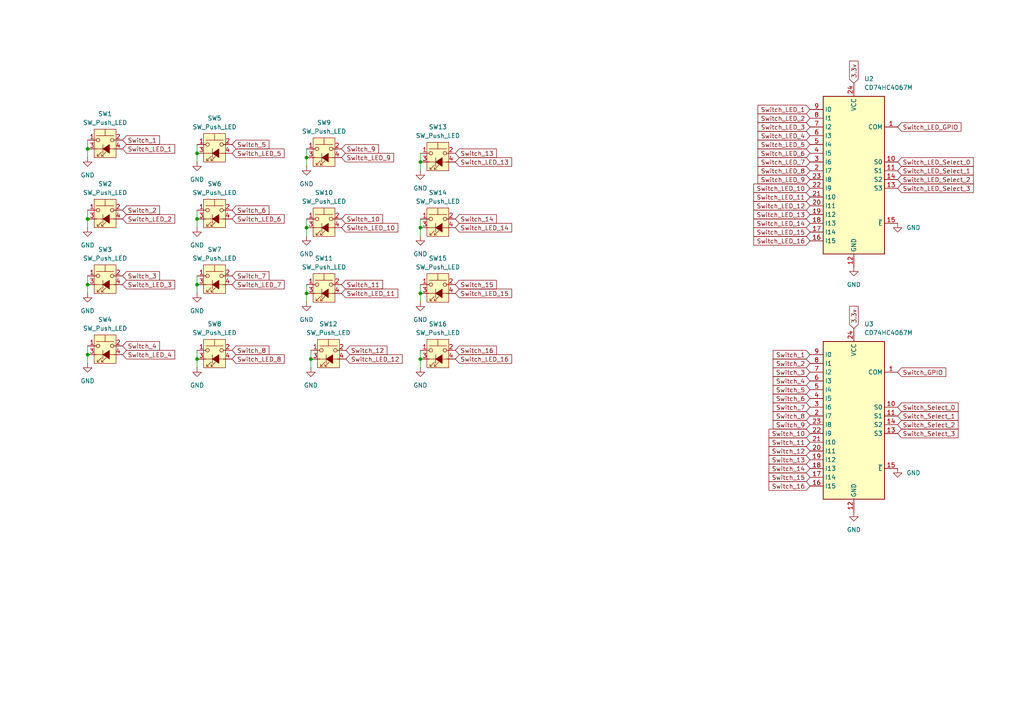
<source format=kicad_sch>
(kicad_sch (version 20231120) (generator "eeschema") (generator_version "8.0")
  (paper "A4")
  (lib_symbols
    (symbol "74xx:CD74HC4067M"
      (property "Reference" "U" (at -8.89 22.86 0))
      (property "Value" "CD74HC4067M" (at 1.27 22.86 0))
      (symbol "CD74HC4067M_0_1"
        (rectangle (start -8.89 21.59) (end 8.89 -24.13) (stroke (width 0.254)) (fill (type background)))
      )
      (symbol "CD74HC4067M_1_1"
        (pin passive line (at -12.7 12.7 0) (length 3.81) (name "COM") (number "1"))
        (pin input line (at -12.7 2.54 0) (length 3.81) (name "S0") (number "10"))
        (pin input line (at -12.7 0 0) (length 3.81) (name "S1") (number "11"))
        (pin power_in line (at 0 -27.94 90) (length 3.81) (name "GND") (number "12"))
        (pin input line (at -12.7 -5.08 0) (length 3.81) (name "S3") (number "13"))
        (pin input line (at -12.7 -2.54 0) (length 3.81) (name "S2") (number "14"))
        (pin input line (at -12.7 -15.24 0) (length 3.81) (name "~{E}") (number "15"))
        (pin passive line (at 12.7 -20.32 180) (length 3.81) (name "I15") (number "16"))
        (pin passive line (at 12.7 -17.78 180) (length 3.81) (name "I14") (number "17"))
        (pin passive line (at 12.7 -15.24 180) (length 3.81) (name "I13") (number "18"))
        (pin passive line (at 12.7 -12.7 180) (length 3.81) (name "I12") (number "19"))
        (pin passive line (at 12.7 0 180) (length 3.81) (name "I7") (number "2"))
        (pin passive line (at 12.7 -10.16 180) (length 3.81) (name "I11") (number "20"))
        (pin passive line (at 12.7 -7.62 180) (length 3.81) (name "I10") (number "21"))
        (pin passive line (at 12.7 -5.08 180) (length 3.81) (name "I9") (number "22"))
        (pin passive line (at 12.7 -2.54 180) (length 3.81) (name "I8") (number "23"))
        (pin power_in line (at 0 25.4 270) (length 3.81) (name "VCC") (number "24"))
        (pin passive line (at 12.7 2.54 180) (length 3.81) (name "I6") (number "3"))
        (pin passive line (at 12.7 5.08 180) (length 3.81) (name "I5") (number "4"))
        (pin passive line (at 12.7 7.62 180) (length 3.81) (name "I4") (number "5"))
        (pin passive line (at 12.7 10.16 180) (length 3.81) (name "I3") (number "6"))
        (pin passive line (at 12.7 12.7 180) (length 3.81) (name "I2") (number "7"))
        (pin passive line (at 12.7 15.24 180) (length 3.81) (name "I1") (number "8"))
        (pin passive line (at 12.7 17.78 180) (length 3.81) (name "I0") (number "9"))
      )
    )
    (symbol "PCM_4ms_Power-symbol:GND" (power) (pin_names (offset 0))
      (property "Value" "GND" (at 0 -3.81 0))
      (symbol "GND_0_1"
        (polyline (pts (xy 0 0) (xy 0 -1.27) (xy 1.27 -1.27) (xy 0 -2.54) (xy -1.27 -1.27) (xy 0 -1.27)))
      )
      (symbol "GND_1_1"
        (pin power_in line (at 0 0 270) (length 0) hide (name "GND") (number "1"))
      )
    )
    (symbol "Switch:SW_Push_LED" (pin_names (offset 1.016) hide)
      (property "Reference" "SW" (at 0 7.62 0))
      (property "Value" "SW_Push_LED" (at 0 -3.81 0))
      (symbol "SW_Push_LED_0_0"
        (polyline (pts (xy -2.54 0) (xy 2.54 0)))
        (polyline (pts (xy -2.286 -2.159) (xy -1.016 -0.889)))
        (polyline (pts (xy -1.016 -2.159) (xy 0.254 -0.889)))
        (polyline (pts (xy -0.635 1.27) (xy -0.635 -1.27)))
        (polyline (pts (xy -2.286 -1.524) (xy -2.286 -2.159) (xy -1.651 -2.159)))
        (polyline (pts (xy -1.016 -1.524) (xy -1.016 -2.159) (xy -0.381 -2.159)))
        (polyline (pts (xy -0.635 0) (xy 1.27 1.27) (xy 1.27 -1.27) (xy -0.635 0)) (fill (type outline)))
      )
      (symbol "SW_Push_LED_0_1"
        (circle (center -2.032 2.54) (radius 0.508))
        (polyline (pts (xy 0 3.81) (xy 0 5.588)))
        (polyline (pts (xy 2.54 3.81) (xy -2.54 3.81)))
        (circle (center 2.032 2.54) (radius 0.508))
        (pin passive line (at -5.08 2.54 0) (length 2.54) (name "1") (number "1"))
        (pin passive line (at 5.08 2.54 180) (length 2.54) (name "2") (number "2"))
        (pin passive line (at -5.08 0 0) (length 2.54) (name "K") (number "3"))
        (pin passive line (at 5.08 0 180) (length 2.54) (name "A") (number "4"))
      )
      (symbol "SW_Push_LED_1_1"
        (rectangle (start -3.175 5.715) (end 3.175 -2.54) (fill (type background)))
      )
    )
    (symbol "power:GND" (power) (pin_numbers hide) (pin_names (offset 0) hide)
      (property "Value" "GND" (at 0 -3.81 0))
      (symbol "GND_0_1"
        (polyline (pts (xy 0 0) (xy 0 -1.27) (xy 1.27 -1.27) (xy 0 -2.54) (xy -1.27 -1.27) (xy 0 -1.27)))
      )
      (symbol "GND_1_1"
        (pin power_in line (at 0 0 270) (length 0) (name "~") (number "1"))
      )
    )
  )
  (junction (at 121.92 85.09))
  (junction (at 88.9 45.72))
  (junction (at 25.4 82.55))
  (junction (at 57.15 44.45))
  (junction (at 57.15 63.5))
  (junction (at 88.9 66.04))
  (junction (at 88.9 85.09))
  (junction (at 121.92 46.99))
  (junction (at 90.17 104.14))
  (junction (at 57.15 82.55))
  (junction (at 121.92 104.14))
  (junction (at 57.15 104.14))
  (junction (at 25.4 63.5))
  (junction (at 121.92 66.04))
  (junction (at 25.4 43.18))
  (junction (at 25.4 102.87))
  (wire (pts (xy 121.92 101.6) (xy 121.92 104.14)))
  (wire (pts (xy 88.9 66.04) (xy 88.9 68.58)))
  (wire (pts (xy 57.15 82.55) (xy 57.15 85.09)))
  (wire (pts (xy 121.92 66.04) (xy 121.92 68.58)))
  (wire (pts (xy 121.92 44.45) (xy 121.92 46.99)))
  (wire (pts (xy 25.4 100.33) (xy 25.4 102.87)))
  (wire (pts (xy 25.4 80.01) (xy 25.4 82.55)))
  (wire (pts (xy 57.15 41.91) (xy 57.15 44.45)))
  (wire (pts (xy 25.4 60.96) (xy 25.4 63.5)))
  (wire (pts (xy 121.92 85.09) (xy 121.92 87.63)))
  (wire (pts (xy 25.4 43.18) (xy 25.4 45.72)))
  (wire (pts (xy 88.9 43.18) (xy 88.9 45.72)))
  (wire (pts (xy 25.4 102.87) (xy 25.4 105.41)))
  (wire (pts (xy 57.15 101.6) (xy 57.15 104.14)))
  (wire (pts (xy 90.17 104.14) (xy 90.17 106.68)))
  (wire (pts (xy 121.92 104.14) (xy 121.92 106.68)))
  (wire (pts (xy 88.9 45.72) (xy 88.9 48.26)))
  (wire (pts (xy 57.15 44.45) (xy 57.15 46.99)))
  (wire (pts (xy 90.17 101.6) (xy 90.17 104.14)))
  (wire (pts (xy 88.9 82.55) (xy 88.9 85.09)))
  (wire (pts (xy 57.15 80.01) (xy 57.15 82.55)))
  (wire (pts (xy 88.9 63.5) (xy 88.9 66.04)))
  (wire (pts (xy 25.4 63.5) (xy 25.4 66.04)))
  (wire (pts (xy 121.92 82.55) (xy 121.92 85.09)))
  (wire (pts (xy 25.4 82.55) (xy 25.4 85.09)))
  (wire (pts (xy 57.15 63.5) (xy 57.15 66.04)))
  (wire (pts (xy 25.4 40.64) (xy 25.4 43.18)))
  (wire (pts (xy 121.92 46.99) (xy 121.92 49.53)))
  (wire (pts (xy 57.15 104.14) (xy 57.15 106.68)))
  (wire (pts (xy 88.9 85.09) (xy 88.9 87.63)))
  (wire (pts (xy 57.15 60.96) (xy 57.15 63.5)))
  (wire (pts (xy 121.92 63.5) (xy 121.92 66.04)))
  (global_label "Switch_LED_15" (shape input) (at 234.95 67.31 180) (property "Intersheetrefs" "${INTERSHEET_REFS}" (effects (hide yes))))
  (global_label "Switch_LED_11" (shape input) (at 99.06 85.09 0) (property "Intersheetrefs" "${INTERSHEET_REFS}" (effects (hide yes))))
  (global_label "Switch_LED_15" (shape input) (at 132.08 85.09 0) (property "Intersheetrefs" "${INTERSHEET_REFS}" (effects (hide yes))))
  (global_label "Switch_12" (shape input) (at 100.33 101.6 0) (property "Intersheetrefs" "${INTERSHEET_REFS}" (effects (hide yes))))
  (global_label "Switch_2" (shape input) (at 234.95 105.41 180) (property "Intersheetrefs" "${INTERSHEET_REFS}" (effects (hide yes))))
  (global_label "3.3v" (shape input) (at 247.65 95.25 90) (property "Intersheetrefs" "${INTERSHEET_REFS}" (effects (hide yes))))
  (global_label "Switch_LED_9" (shape input) (at 99.06 45.72 0) (property "Intersheetrefs" "${INTERSHEET_REFS}" (effects (hide yes))))
  (global_label "Switch_LED_3" (shape input) (at 35.56 82.55 0) (property "Intersheetrefs" "${INTERSHEET_REFS}" (effects (hide yes))))
  (global_label "Switch_11" (shape input) (at 234.95 128.27 180) (property "Intersheetrefs" "${INTERSHEET_REFS}" (effects (hide yes))))
  (global_label "Switch_Select_3" (shape input) (at 260.35 125.73 0) (property "Intersheetrefs" "${INTERSHEET_REFS}" (effects (hide yes))))
  (global_label "Switch_LED_2" (shape input) (at 234.95 34.29 180) (property "Intersheetrefs" "${INTERSHEET_REFS}" (effects (hide yes))))
  (global_label "Switch_14" (shape input) (at 234.95 135.89 180) (property "Intersheetrefs" "${INTERSHEET_REFS}" (effects (hide yes))))
  (global_label "Switch_7" (shape input) (at 234.95 118.11 180) (property "Intersheetrefs" "${INTERSHEET_REFS}" (effects (hide yes))))
  (global_label "Switch_LED_4" (shape input) (at 234.95 39.37 180) (property "Intersheetrefs" "${INTERSHEET_REFS}" (effects (hide yes))))
  (global_label "Switch_9" (shape input) (at 99.06 43.18 0) (property "Intersheetrefs" "${INTERSHEET_REFS}" (effects (hide yes))))
  (global_label "Switch_LED_8" (shape input) (at 67.31 104.14 0) (property "Intersheetrefs" "${INTERSHEET_REFS}" (effects (hide yes))))
  (global_label "Switch_LED_16" (shape input) (at 234.95 69.85 180) (property "Intersheetrefs" "${INTERSHEET_REFS}" (effects (hide yes))))
  (global_label "Switch_9" (shape input) (at 234.95 123.19 180) (property "Intersheetrefs" "${INTERSHEET_REFS}" (effects (hide yes))))
  (global_label "Switch_14" (shape input) (at 132.08 63.5 0) (property "Intersheetrefs" "${INTERSHEET_REFS}" (effects (hide yes))))
  (global_label "Switch_LED_Select_2" (shape input) (at 260.35 52.07 0) (property "Intersheetrefs" "${INTERSHEET_REFS}" (effects (hide yes))))
  (global_label "Switch_LED_13" (shape input) (at 234.95 62.23 180) (property "Intersheetrefs" "${INTERSHEET_REFS}" (effects (hide yes))))
  (global_label "Switch_5" (shape input) (at 234.95 113.03 180) (property "Intersheetrefs" "${INTERSHEET_REFS}" (effects (hide yes))))
  (global_label "Switch_LED_13" (shape input) (at 132.08 46.99 0) (property "Intersheetrefs" "${INTERSHEET_REFS}" (effects (hide yes))))
  (global_label "Switch_LED_14" (shape input) (at 234.95 64.77 180) (property "Intersheetrefs" "${INTERSHEET_REFS}" (effects (hide yes))))
  (global_label "Switch_16" (shape input) (at 234.95 140.97 180) (property "Intersheetrefs" "${INTERSHEET_REFS}" (effects (hide yes))))
  (global_label "Switch_12" (shape input) (at 234.95 130.81 180) (property "Intersheetrefs" "${INTERSHEET_REFS}" (effects (hide yes))))
  (global_label "Switch_10" (shape input) (at 234.95 125.73 180) (property "Intersheetrefs" "${INTERSHEET_REFS}" (effects (hide yes))))
  (global_label "Switch_Select_0" (shape input) (at 260.35 118.11 0) (property "Intersheetrefs" "${INTERSHEET_REFS}" (effects (hide yes))))
  (global_label "Switch_8" (shape input) (at 67.31 101.6 0) (property "Intersheetrefs" "${INTERSHEET_REFS}" (effects (hide yes))))
  (global_label "Switch_LED_4" (shape input) (at 35.56 102.87 0) (property "Intersheetrefs" "${INTERSHEET_REFS}" (effects (hide yes))))
  (global_label "Switch_LED_9" (shape input) (at 234.95 52.07 180) (property "Intersheetrefs" "${INTERSHEET_REFS}" (effects (hide yes))))
  (global_label "Switch_LED_14" (shape input) (at 132.08 66.04 0) (property "Intersheetrefs" "${INTERSHEET_REFS}" (effects (hide yes))))
  (global_label "Switch_4" (shape input) (at 35.56 100.33 0) (property "Intersheetrefs" "${INTERSHEET_REFS}" (effects (hide yes))))
  (global_label "3.3v" (shape input) (at 247.65 24.13 90) (property "Intersheetrefs" "${INTERSHEET_REFS}" (effects (hide yes))))
  (global_label "Switch_LED_1" (shape input) (at 234.95 31.75 180) (property "Intersheetrefs" "${INTERSHEET_REFS}" (effects (hide yes))))
  (global_label "Switch_3" (shape input) (at 234.95 107.95 180) (property "Intersheetrefs" "${INTERSHEET_REFS}" (effects (hide yes))))
  (global_label "Switch_6" (shape input) (at 67.31 60.96 0) (property "Intersheetrefs" "${INTERSHEET_REFS}" (effects (hide yes))))
  (global_label "Switch_LED_12" (shape input) (at 100.33 104.14 0) (property "Intersheetrefs" "${INTERSHEET_REFS}" (effects (hide yes))))
  (global_label "Switch_LED_12" (shape input) (at 234.95 59.69 180) (property "Intersheetrefs" "${INTERSHEET_REFS}" (effects (hide yes))))
  (global_label "Switch_Select_2" (shape input) (at 260.35 123.19 0) (property "Intersheetrefs" "${INTERSHEET_REFS}" (effects (hide yes))))
  (global_label "Switch_LED_1" (shape input) (at 35.56 43.18 0) (property "Intersheetrefs" "${INTERSHEET_REFS}" (effects (hide yes))))
  (global_label "Switch_LED_11" (shape input) (at 234.95 57.15 180) (property "Intersheetrefs" "${INTERSHEET_REFS}" (effects (hide yes))))
  (global_label "Switch_LED_10" (shape input) (at 234.95 54.61 180) (property "Intersheetrefs" "${INTERSHEET_REFS}" (effects (hide yes))))
  (global_label "Switch_LED_16" (shape input) (at 132.08 104.14 0) (property "Intersheetrefs" "${INTERSHEET_REFS}" (effects (hide yes))))
  (global_label "Switch_LED_7" (shape input) (at 234.95 46.99 180) (property "Intersheetrefs" "${INTERSHEET_REFS}" (effects (hide yes))))
  (global_label "Switch_Select_1" (shape input) (at 260.35 120.65 0) (property "Intersheetrefs" "${INTERSHEET_REFS}" (effects (hide yes))))
  (global_label "Switch_16" (shape input) (at 132.08 101.6 0) (property "Intersheetrefs" "${INTERSHEET_REFS}" (effects (hide yes))))
  (global_label "Switch_5" (shape input) (at 67.31 41.91 0) (property "Intersheetrefs" "${INTERSHEET_REFS}" (effects (hide yes))))
  (global_label "Switch_LED_10" (shape input) (at 99.06 66.04 0) (property "Intersheetrefs" "${INTERSHEET_REFS}" (effects (hide yes))))
  (global_label "Switch_LED_6" (shape input) (at 234.95 44.45 180) (property "Intersheetrefs" "${INTERSHEET_REFS}" (effects (hide yes))))
  (global_label "Switch_15" (shape input) (at 234.95 138.43 180) (property "Intersheetrefs" "${INTERSHEET_REFS}" (effects (hide yes))))
  (global_label "Switch_3" (shape input) (at 35.56 80.01 0) (property "Intersheetrefs" "${INTERSHEET_REFS}" (effects (hide yes))))
  (global_label "Switch_LED_GPIO" (shape input) (at 260.35 36.83 0) (property "Intersheetrefs" "${INTERSHEET_REFS}" (effects (hide yes))))
  (global_label "Switch_LED_Select_0" (shape input) (at 260.35 46.99 0) (property "Intersheetrefs" "${INTERSHEET_REFS}" (effects (hide yes))))
  (global_label "Switch_GPIO" (shape input) (at 260.35 107.95 0) (property "Intersheetrefs" "${INTERSHEET_REFS}" (effects (hide yes))))
  (global_label "Switch_LED_3" (shape input) (at 234.95 36.83 180) (property "Intersheetrefs" "${INTERSHEET_REFS}" (effects (hide yes))))
  (global_label "Switch_13" (shape input) (at 234.95 133.35 180) (property "Intersheetrefs" "${INTERSHEET_REFS}" (effects (hide yes))))
  (global_label "Switch_7" (shape input) (at 67.31 80.01 0) (property "Intersheetrefs" "${INTERSHEET_REFS}" (effects (hide yes))))
  (global_label "Switch_LED_Select_1" (shape input) (at 260.35 49.53 0) (property "Intersheetrefs" "${INTERSHEET_REFS}" (effects (hide yes))))
  (global_label "Switch_8" (shape input) (at 234.95 120.65 180) (property "Intersheetrefs" "${INTERSHEET_REFS}" (effects (hide yes))))
  (global_label "Switch_6" (shape input) (at 234.95 115.57 180) (property "Intersheetrefs" "${INTERSHEET_REFS}" (effects (hide yes))))
  (global_label "Switch_1" (shape input) (at 35.56 40.64 0) (property "Intersheetrefs" "${INTERSHEET_REFS}" (effects (hide yes))))
  (global_label "Switch_4" (shape input) (at 234.95 110.49 180) (property "Intersheetrefs" "${INTERSHEET_REFS}" (effects (hide yes))))
  (global_label "Switch_LED_7" (shape input) (at 67.31 82.55 0) (property "Intersheetrefs" "${INTERSHEET_REFS}" (effects (hide yes))))
  (global_label "Switch_LED_5" (shape input) (at 67.31 44.45 0) (property "Intersheetrefs" "${INTERSHEET_REFS}" (effects (hide yes))))
  (global_label "Switch_11" (shape input) (at 99.06 82.55 0) (property "Intersheetrefs" "${INTERSHEET_REFS}" (effects (hide yes))))
  (global_label "Switch_LED_5" (shape input) (at 234.95 41.91 180) (property "Intersheetrefs" "${INTERSHEET_REFS}" (effects (hide yes))))
  (global_label "Switch_LED_Select_3" (shape input) (at 260.35 54.61 0) (property "Intersheetrefs" "${INTERSHEET_REFS}" (effects (hide yes))))
  (global_label "Switch_LED_6" (shape input) (at 67.31 63.5 0) (property "Intersheetrefs" "${INTERSHEET_REFS}" (effects (hide yes))))
  (global_label "Switch_15" (shape input) (at 132.08 82.55 0) (property "Intersheetrefs" "${INTERSHEET_REFS}" (effects (hide yes))))
  (global_label "Switch_1" (shape input) (at 234.95 102.87 180) (property "Intersheetrefs" "${INTERSHEET_REFS}" (effects (hide yes))))
  (global_label "Switch_LED_2" (shape input) (at 35.56 63.5 0) (property "Intersheetrefs" "${INTERSHEET_REFS}" (effects (hide yes))))
  (global_label "Switch_LED_8" (shape input) (at 234.95 49.53 180) (property "Intersheetrefs" "${INTERSHEET_REFS}" (effects (hide yes))))
  (global_label "Switch_13" (shape input) (at 132.08 44.45 0) (property "Intersheetrefs" "${INTERSHEET_REFS}" (effects (hide yes))))
  (global_label "Switch_10" (shape input) (at 99.06 63.5 0) (property "Intersheetrefs" "${INTERSHEET_REFS}" (effects (hide yes))))
  (global_label "Switch_2" (shape input) (at 35.56 60.96 0) (property "Intersheetrefs" "${INTERSHEET_REFS}" (effects (hide yes))))
  (symbol (lib_id "power:GND") (at 25.4 45.72 0) (unit 1)
    (property "Reference" "#PWR03" (effects (hide yes)))
    (property "Value" "GND" (at 25.4 50.8 0))
    (property "Description" "Power symbol creates a global label with name \"GND\" , ground" (effects (hide yes)))
  )
  (symbol (lib_id "power:GND") (at 25.4 105.41 0) (unit 1)
    (property "Reference" "#PWR06" (effects (hide yes)))
    (property "Value" "GND" (at 25.4 110.49 0))
    (property "Description" "Power symbol creates a global label with name \"GND\" , ground" (effects (hide yes)))
  )
  (symbol (lib_id "power:GND") (at 90.17 106.68 0) (unit 1)
    (property "Reference" "#PWR014" (effects (hide yes)))
    (property "Value" "GND" (at 90.17 111.76 0))
    (property "Description" "Power symbol creates a global label with name \"GND\" , ground" (effects (hide yes)))
  )
  (symbol (lib_id "power:GND") (at 25.4 85.09 0) (unit 1)
    (property "Reference" "#PWR05" (effects (hide yes)))
    (property "Value" "GND" (at 25.4 90.17 0))
    (property "Description" "Power symbol creates a global label with name \"GND\" , ground" (effects (hide yes)))
  )
  (symbol (lib_id "Switch:SW_Push_LED") (at 127 104.14 0) (unit 1)
    (property "Reference" "SW16" (at 127 93.98 0))
    (property "Value" "SW_Push_LED" (at 127 96.52 0))
    (property "Footprint" "Mouser:Low_Profile_LED_Button" (effects (hide yes)))
    (property "Description" "Push button switch with LED, generic" (effects (hide yes)))
  )
  (symbol (lib_id "power:GND") (at 57.15 46.99 0) (unit 1)
    (property "Reference" "#PWR07" (effects (hide yes)))
    (property "Value" "GND" (at 57.15 52.07 0))
    (property "Description" "Power symbol creates a global label with name \"GND\" , ground" (effects (hide yes)))
  )
  (symbol (lib_id "power:GND") (at 57.15 85.09 0) (unit 1)
    (property "Reference" "#PWR09" (effects (hide yes)))
    (property "Value" "GND" (at 57.15 90.17 0))
    (property "Description" "Power symbol creates a global label with name \"GND\" , ground" (effects (hide yes)))
  )
  (symbol (lib_id "power:GND") (at 121.92 87.63 0) (unit 1)
    (property "Reference" "#PWR017" (effects (hide yes)))
    (property "Value" "GND" (at 121.92 92.71 0))
    (property "Description" "Power symbol creates a global label with name \"GND\" , ground" (effects (hide yes)))
  )
  (symbol (lib_id "Switch:SW_Push_LED") (at 93.98 85.09 0) (unit 1)
    (property "Reference" "SW11" (at 93.98 74.93 0))
    (property "Value" "SW_Push_LED" (at 93.98 77.47 0))
    (property "Footprint" "Mouser:Low_Profile_LED_Button" (effects (hide yes)))
    (property "Description" "Push button switch with LED, generic" (effects (hide yes)))
  )
  (symbol (lib_id "Switch:SW_Push_LED") (at 30.48 63.5 0) (unit 1)
    (property "Reference" "SW2" (at 30.48 53.34 0))
    (property "Value" "SW_Push_LED" (at 30.48 55.88 0))
    (property "Footprint" "Mouser:Low_Profile_LED_Button" (effects (hide yes)))
    (property "Description" "Push button switch with LED, generic" (effects (hide yes)))
  )
  (symbol (lib_id "Switch:SW_Push_LED") (at 30.48 102.87 0) (unit 1)
    (property "Reference" "SW4" (at 30.48 92.71 0))
    (property "Value" "SW_Push_LED" (at 30.48 95.25 0))
    (property "Footprint" "Mouser:Low_Profile_LED_Button" (effects (hide yes)))
    (property "Description" "Push button switch with LED, generic" (effects (hide yes)))
  )
  (symbol (lib_id "Switch:SW_Push_LED") (at 95.25 104.14 0) (unit 1)
    (property "Reference" "SW12" (at 95.25 93.98 0))
    (property "Value" "SW_Push_LED" (at 95.25 96.52 0))
    (property "Footprint" "Mouser:Low_Profile_LED_Button" (effects (hide yes)))
    (property "Description" "Push button switch with LED, generic" (effects (hide yes)))
  )
  (symbol (lib_id "Switch:SW_Push_LED") (at 62.23 82.55 0) (unit 1)
    (property "Reference" "SW7" (at 62.23 72.39 0))
    (property "Value" "SW_Push_LED" (at 62.23 74.93 0))
    (property "Footprint" "Mouser:Low_Profile_LED_Button" (effects (hide yes)))
    (property "Description" "Push button switch with LED, generic" (effects (hide yes)))
  )
  (symbol (lib_id "Switch:SW_Push_LED") (at 93.98 66.04 0) (unit 1)
    (property "Reference" "SW10" (at 93.98 55.88 0))
    (property "Value" "SW_Push_LED" (at 93.98 58.42 0))
    (property "Footprint" "Mouser:Low_Profile_LED_Button" (effects (hide yes)))
    (property "Description" "Push button switch with LED, generic" (effects (hide yes)))
  )
  (symbol (lib_id "PCM_4ms_Power-symbol:GND") (at 260.35 64.77 0) (unit 1)
    (property "Reference" "#PWR022" (effects (hide yes)))
    (property "Value" "GND" (at 262.89 66.0399 0) (effects (justify left)))
  )
  (symbol (lib_id "PCM_4ms_Power-symbol:GND") (at 260.35 135.89 0) (unit 1)
    (property "Reference" "#PWR023" (effects (hide yes)))
    (property "Value" "GND" (at 262.89 137.1599 0) (effects (justify left)))
  )
  (symbol (lib_id "power:GND") (at 88.9 68.58 0) (unit 1)
    (property "Reference" "#PWR012" (effects (hide yes)))
    (property "Value" "GND" (at 88.9 73.66 0))
    (property "Description" "Power symbol creates a global label with name \"GND\" , ground" (effects (hide yes)))
  )
  (symbol (lib_id "Switch:SW_Push_LED") (at 127 85.09 0) (unit 1)
    (property "Reference" "SW15" (at 127 74.93 0))
    (property "Value" "SW_Push_LED" (at 127 77.47 0))
    (property "Footprint" "Mouser:Low_Profile_LED_Button" (effects (hide yes)))
    (property "Description" "Push button switch with LED, generic" (effects (hide yes)))
  )
  (symbol (lib_id "power:GND") (at 57.15 66.04 0) (unit 1)
    (property "Reference" "#PWR08" (effects (hide yes)))
    (property "Value" "GND" (at 57.15 71.12 0))
    (property "Description" "Power symbol creates a global label with name \"GND\" , ground" (effects (hide yes)))
  )
  (symbol (lib_id "power:GND") (at 247.65 77.47 0) (unit 1)
    (property "Reference" "#PWR020" (effects (hide yes)))
    (property "Value" "GND" (at 247.65 82.55 0))
    (property "Description" "Power symbol creates a global label with name \"GND\" , ground" (effects (hide yes)))
  )
  (symbol (lib_id "power:GND") (at 247.65 148.59 0) (unit 1)
    (property "Reference" "#PWR021" (effects (hide yes)))
    (property "Value" "GND" (at 247.65 153.67 0))
    (property "Description" "Power symbol creates a global label with name \"GND\" , ground" (effects (hide yes)))
  )
  (symbol (lib_id "Switch:SW_Push_LED") (at 93.98 45.72 0) (unit 1)
    (property "Reference" "SW9" (at 93.98 35.56 0))
    (property "Value" "SW_Push_LED" (at 93.98 38.1 0))
    (property "Footprint" "Mouser:Low_Profile_LED_Button" (effects (hide yes)))
    (property "Description" "Push button switch with LED, generic" (effects (hide yes)))
  )
  (symbol (lib_id "power:GND") (at 88.9 48.26 0) (unit 1)
    (property "Reference" "#PWR011" (effects (hide yes)))
    (property "Value" "GND" (at 88.9 53.34 0))
    (property "Description" "Power symbol creates a global label with name \"GND\" , ground" (effects (hide yes)))
  )
  (symbol (lib_id "power:GND") (at 25.4 66.04 0) (unit 1)
    (property "Reference" "#PWR04" (effects (hide yes)))
    (property "Value" "GND" (at 25.4 71.12 0))
    (property "Description" "Power symbol creates a global label with name \"GND\" , ground" (effects (hide yes)))
  )
  (symbol (lib_id "power:GND") (at 88.9 87.63 0) (unit 1)
    (property "Reference" "#PWR013" (effects (hide yes)))
    (property "Value" "GND" (at 88.9 92.71 0))
    (property "Description" "Power symbol creates a global label with name \"GND\" , ground" (effects (hide yes)))
  )
  (symbol (lib_id "Switch:SW_Push_LED") (at 127 66.04 0) (unit 1)
    (property "Reference" "SW14" (at 127 55.88 0))
    (property "Value" "SW_Push_LED" (at 127 58.42 0))
    (property "Footprint" "Mouser:Low_Profile_LED_Button" (effects (hide yes)))
    (property "Description" "Push button switch with LED, generic" (effects (hide yes)))
  )
  (symbol (lib_id "74xx:CD74HC4067M") (at 247.65 49.53 0) (mirror y) (unit 1)
    (property "Reference" "U2" (at 250.6665 22.86 0) (effects (justify right)))
    (property "Value" "CD74HC4067M" (at 250.6665 25.4 0) (effects (justify right)))
    (property "Footprint" "Package_SO:SOIC-24W_7.5x15.4mm_P1.27mm" (effects (hide yes)))
    (property "Datasheet" "http://www.ti.com/lit/ds/symlink/cd74hc4067.pdf" (effects (hide yes)))
    (property "Description" "High-Speed CMOS Logic 16-Channel Analog Multiplexer/Demultiplexer, SOIC-24" (effects (hide yes)))
  )
  (symbol (lib_id "power:GND") (at 121.92 106.68 0) (unit 1)
    (property "Reference" "#PWR02" (effects (hide yes)))
    (property "Value" "GND" (at 121.92 111.76 0))
    (property "Description" "Power symbol creates a global label with name \"GND\" , ground" (effects (hide yes)))
  )
  (symbol (lib_id "74xx:CD74HC4067M") (at 247.65 120.65 0) (mirror y) (unit 1)
    (property "Reference" "U3" (at 250.6665 93.98 0) (effects (justify right)))
    (property "Value" "CD74HC4067M" (at 250.6665 96.52 0) (effects (justify right)))
    (property "Footprint" "Package_SO:SOIC-24W_7.5x15.4mm_P1.27mm" (effects (hide yes)))
    (property "Datasheet" "http://www.ti.com/lit/ds/symlink/cd74hc4067.pdf" (effects (hide yes)))
    (property "Description" "High-Speed CMOS Logic 16-Channel Analog Multiplexer/Demultiplexer, SOIC-24" (effects (hide yes)))
  )
  (symbol (lib_id "Switch:SW_Push_LED") (at 127 46.99 0) (unit 1)
    (property "Reference" "SW13" (at 127 36.83 0))
    (property "Value" "SW_Push_LED" (at 127 39.37 0))
    (property "Footprint" "Mouser:Low_Profile_LED_Button" (effects (hide yes)))
    (property "Description" "Push button switch with LED, generic" (effects (hide yes)))
  )
  (symbol (lib_id "power:GND") (at 57.15 106.68 0) (unit 1)
    (property "Reference" "#PWR010" (effects (hide yes)))
    (property "Value" "GND" (at 57.15 111.76 0))
    (property "Description" "Power symbol creates a global label with name \"GND\" , ground" (effects (hide yes)))
  )
  (symbol (lib_id "Switch:SW_Push_LED") (at 62.23 63.5 0) (unit 1)
    (property "Reference" "SW6" (at 62.23 53.34 0))
    (property "Value" "SW_Push_LED" (at 62.23 55.88 0))
    (property "Footprint" "Mouser:Low_Profile_LED_Button" (effects (hide yes)))
    (property "Description" "Push button switch with LED, generic" (effects (hide yes)))
  )
  (symbol (lib_id "Switch:SW_Push_LED") (at 30.48 82.55 0) (unit 1)
    (property "Reference" "SW3" (at 30.48 72.39 0))
    (property "Value" "SW_Push_LED" (at 30.48 74.93 0))
    (property "Footprint" "Mouser:Low_Profile_LED_Button" (effects (hide yes)))
    (property "Description" "Push button switch with LED, generic" (effects (hide yes)))
  )
  (symbol (lib_id "Switch:SW_Push_LED") (at 62.23 104.14 0) (unit 1)
    (property "Reference" "SW8" (at 62.23 93.98 0))
    (property "Value" "SW_Push_LED" (at 62.23 96.52 0))
    (property "Footprint" "Mouser:Low_Profile_LED_Button" (effects (hide yes)))
    (property "Description" "Push button switch with LED, generic" (effects (hide yes)))
  )
  (symbol (lib_id "Switch:SW_Push_LED") (at 30.48 43.18 0) (unit 1)
    (property "Reference" "SW1" (at 30.48 33.02 0))
    (property "Value" "SW_Push_LED" (at 30.48 35.56 0))
    (property "Footprint" "Mouser:Low_Profile_LED_Button" (effects (hide yes)))
    (property "Description" "Push button switch with LED, generic" (effects (hide yes)))
  )
  (symbol (lib_id "power:GND") (at 121.92 49.53 0) (unit 1)
    (property "Reference" "#PWR015" (effects (hide yes)))
    (property "Value" "GND" (at 121.92 54.61 0))
    (property "Description" "Power symbol creates a global label with name \"GND\" , ground" (effects (hide yes)))
  )
  (symbol (lib_id "Switch:SW_Push_LED") (at 62.23 44.45 0) (unit 1)
    (property "Reference" "SW5" (at 62.23 34.29 0))
    (property "Value" "SW_Push_LED" (at 62.23 36.83 0))
    (property "Footprint" "Mouser:Low_Profile_LED_Button" (effects (hide yes)))
    (property "Description" "Push button switch with LED, generic" (effects (hide yes)))
  )
  (symbol (lib_id "power:GND") (at 121.92 68.58 0) (unit 1)
    (property "Reference" "#PWR016" (effects (hide yes)))
    (property "Value" "GND" (at 121.92 73.66 0))
    (property "Description" "Power symbol creates a global label with name \"GND\" , ground" (effects (hide yes)))
  )
)
</source>
